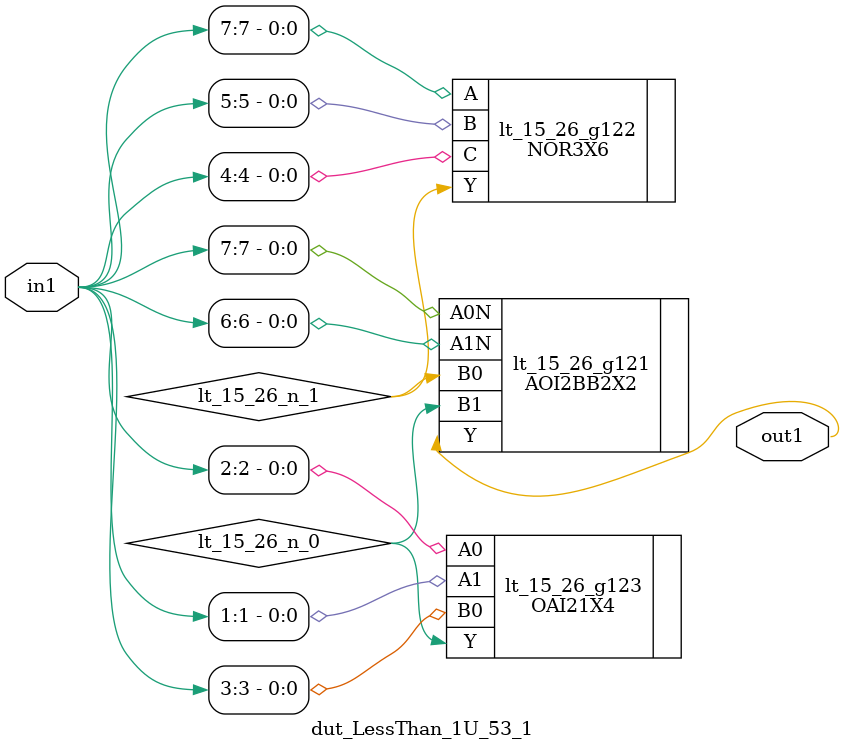
<source format=v>
`timescale 1ps / 1ps


module dut_LessThan_1U_53_1(in1, out1);
  input [7:0] in1;
  output out1;
  wire [7:0] in1;
  wire out1;
  wire lt_15_26_n_0, lt_15_26_n_1;
  AOI2BB2X2 lt_15_26_g121(.A0N (in1[7]), .A1N (in1[6]), .B0
       (lt_15_26_n_1), .B1 (lt_15_26_n_0), .Y (out1));
  NOR3X6 lt_15_26_g122(.A (in1[7]), .B (in1[5]), .C (in1[4]), .Y
       (lt_15_26_n_1));
  OAI21X4 lt_15_26_g123(.A0 (in1[2]), .A1 (in1[1]), .B0 (in1[3]), .Y
       (lt_15_26_n_0));
endmodule



</source>
